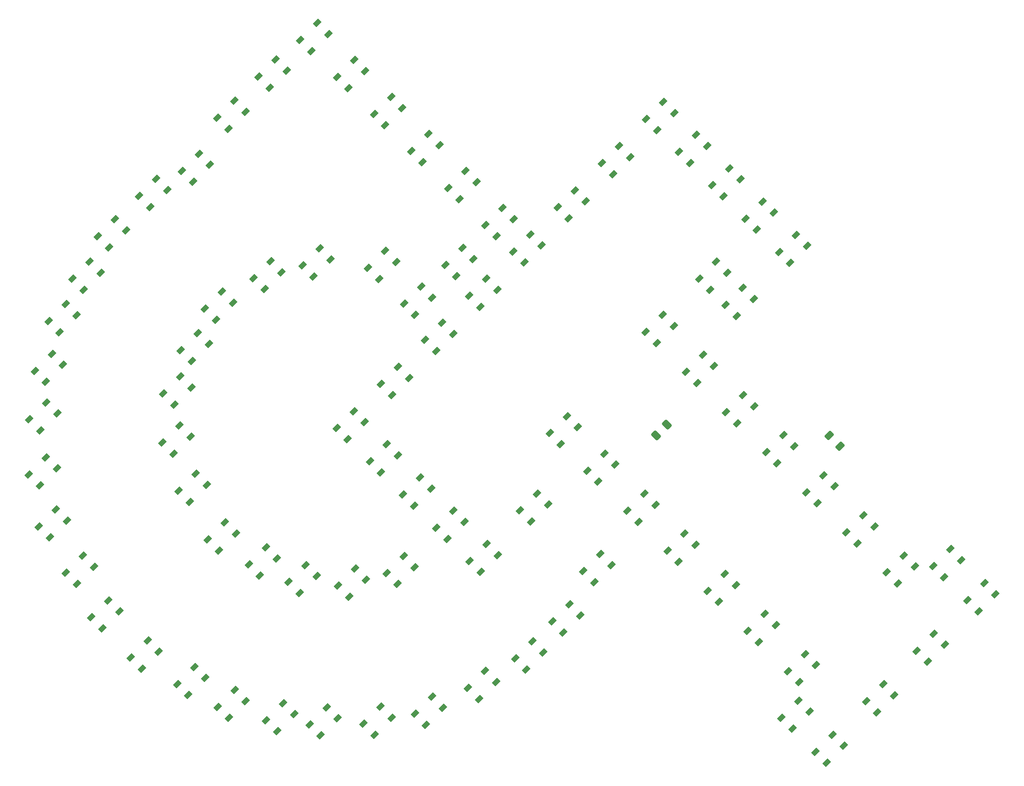
<source format=gbr>
%TF.GenerationSoftware,KiCad,Pcbnew,(6.0.10-0)*%
%TF.CreationDate,2023-02-19T18:45:33-05:00*%
%TF.ProjectId,Grad_Cap,47726164-5f43-4617-902e-6b696361645f,rev?*%
%TF.SameCoordinates,Original*%
%TF.FileFunction,Paste,Top*%
%TF.FilePolarity,Positive*%
%FSLAX46Y46*%
G04 Gerber Fmt 4.6, Leading zero omitted, Abs format (unit mm)*
G04 Created by KiCad (PCBNEW (6.0.10-0)) date 2023-02-19 18:45:33*
%MOMM*%
%LPD*%
G01*
G04 APERTURE LIST*
G04 Aperture macros list*
%AMRoundRect*
0 Rectangle with rounded corners*
0 $1 Rounding radius*
0 $2 $3 $4 $5 $6 $7 $8 $9 X,Y pos of 4 corners*
0 Add a 4 corners polygon primitive as box body*
4,1,4,$2,$3,$4,$5,$6,$7,$8,$9,$2,$3,0*
0 Add four circle primitives for the rounded corners*
1,1,$1+$1,$2,$3*
1,1,$1+$1,$4,$5*
1,1,$1+$1,$6,$7*
1,1,$1+$1,$8,$9*
0 Add four rect primitives between the rounded corners*
20,1,$1+$1,$2,$3,$4,$5,0*
20,1,$1+$1,$4,$5,$6,$7,0*
20,1,$1+$1,$6,$7,$8,$9,0*
20,1,$1+$1,$8,$9,$2,$3,0*%
%AMRotRect*
0 Rectangle, with rotation*
0 The origin of the aperture is its center*
0 $1 length*
0 $2 width*
0 $3 Rotation angle, in degrees counterclockwise*
0 Add horizontal line*
21,1,$1,$2,0,0,$3*%
G04 Aperture macros list end*
%ADD10RotRect,1.500000X1.000000X225.000000*%
%ADD11RotRect,1.500000X1.000000X45.000000*%
%ADD12RoundRect,0.250000X0.167938X-0.751301X0.751301X-0.167938X-0.167938X0.751301X-0.751301X0.167938X0*%
%ADD13RoundRect,0.250000X-0.724784X-0.159099X-0.159099X-0.724784X0.724784X0.159099X0.159099X0.724784X0*%
G04 APERTURE END LIST*
D10*
%TO.C,D50*%
X149675361Y-159205656D03*
X147412620Y-156942915D03*
X143947797Y-160407738D03*
X146210538Y-162670479D03*
%TD*%
D11*
%TO.C,D39*%
X145008457Y-119395545D03*
X147271198Y-121658286D03*
X150736021Y-118193463D03*
X148473280Y-115930722D03*
%TD*%
D10*
%TO.C,D42*%
X174223386Y-125770923D03*
X171960645Y-123508182D03*
X168495822Y-126973005D03*
X170758563Y-129235746D03*
%TD*%
D12*
%TO.C,C1*%
X225852471Y-192422775D03*
X228062179Y-190213067D03*
%TD*%
D11*
%TO.C,D25*%
X118970664Y-237664387D03*
X121233405Y-239927128D03*
X124698228Y-236462305D03*
X122435487Y-234199564D03*
%TD*%
%TO.C,D74*%
X214815654Y-137005980D03*
X217078395Y-139268721D03*
X220543218Y-135803898D03*
X218280477Y-133541157D03*
%TD*%
%TO.C,D10*%
X252655848Y-240407254D03*
X254918589Y-242669995D03*
X258383412Y-239205172D03*
X256120671Y-236942431D03*
%TD*%
D10*
%TO.C,D6*%
X284586620Y-235057473D03*
X282323879Y-232794732D03*
X278859056Y-236259555D03*
X281121797Y-238522296D03*
%TD*%
%TO.C,D78*%
X249802176Y-147081816D03*
X247539435Y-144819075D03*
X244074612Y-148283898D03*
X246337353Y-150546639D03*
%TD*%
%TO.C,D76*%
X236241990Y-133521629D03*
X233979249Y-131258888D03*
X230514426Y-134723711D03*
X232777167Y-136986452D03*
%TD*%
%TO.C,D41*%
X166689161Y-118236701D03*
X164426420Y-115973960D03*
X160961597Y-119438783D03*
X163224338Y-121701524D03*
%TD*%
D11*
%TO.C,D13*%
X228166690Y-215918096D03*
X230429431Y-218180837D03*
X233894254Y-214716014D03*
X231631513Y-212453273D03*
%TD*%
D10*
%TO.C,D16*%
X210459674Y-229080534D03*
X208196933Y-226817793D03*
X204732110Y-230282616D03*
X206994851Y-232545357D03*
%TD*%
D11*
%TO.C,D30*%
X98351996Y-189171004D03*
X100614737Y-191433745D03*
X104079560Y-187968922D03*
X101816819Y-185706181D03*
%TD*%
D13*
%TO.C,R1*%
X261081873Y-192431048D03*
X263273905Y-194623080D03*
%TD*%
D10*
%TO.C,D44*%
X189305161Y-140852700D03*
X187042420Y-138589959D03*
X183577597Y-142054782D03*
X185840338Y-144317523D03*
%TD*%
D11*
%TO.C,D28*%
X100273771Y-210957105D03*
X102536512Y-213219846D03*
X106001335Y-209755023D03*
X103738594Y-207492282D03*
%TD*%
%TO.C,D27*%
X105769688Y-220404335D03*
X108032429Y-222667076D03*
X111497252Y-219202253D03*
X109234511Y-216939512D03*
%TD*%
%TO.C,D23*%
X136661769Y-247704313D03*
X138924510Y-249967054D03*
X142389333Y-246502231D03*
X140126592Y-244239490D03*
%TD*%
%TO.C,D4*%
X282195800Y-219021375D03*
X284458541Y-221284116D03*
X287923364Y-217819293D03*
X285660623Y-215556552D03*
%TD*%
%TO.C,D38*%
X136629242Y-127774761D03*
X138891983Y-130037502D03*
X142356806Y-126572679D03*
X140094065Y-124309938D03*
%TD*%
%TO.C,D65*%
X181150453Y-211227008D03*
X183413194Y-213489749D03*
X186878017Y-210024926D03*
X184615276Y-207762185D03*
%TD*%
%TO.C,D48*%
X167266482Y-158296883D03*
X169529223Y-160559624D03*
X172994046Y-157094801D03*
X170731305Y-154832060D03*
%TD*%
D10*
%TO.C,D2*%
X270295121Y-210967358D03*
X268032380Y-208704617D03*
X264567557Y-212169440D03*
X266830298Y-214432181D03*
%TD*%
%TO.C,D63*%
X203910451Y-206511100D03*
X201647710Y-204248359D03*
X198182887Y-207713182D03*
X200445628Y-209975923D03*
%TD*%
%TO.C,D51*%
X139775866Y-165428196D03*
X137513125Y-163165455D03*
X134048302Y-166630278D03*
X136311043Y-168893019D03*
%TD*%
%TO.C,D18*%
X193307385Y-242640721D03*
X191044644Y-240377980D03*
X187579821Y-243842803D03*
X189842562Y-246105544D03*
%TD*%
%TO.C,D77*%
X243022083Y-140301722D03*
X240759342Y-138038981D03*
X237294519Y-141503804D03*
X239557260Y-143766545D03*
%TD*%
%TO.C,D58*%
X156817140Y-221077500D03*
X154554399Y-218814759D03*
X151089576Y-222279582D03*
X153352317Y-224542323D03*
%TD*%
%TO.C,D62*%
X209943911Y-190765671D03*
X207681170Y-188502930D03*
X204216347Y-191967753D03*
X206479088Y-194230494D03*
%TD*%
%TO.C,D82*%
X229479857Y-170152094D03*
X227217116Y-167889353D03*
X223752293Y-171354176D03*
X226015034Y-173616917D03*
%TD*%
D11*
%TO.C,D29*%
X98262194Y-200360403D03*
X100524935Y-202623144D03*
X103989758Y-199158321D03*
X101727017Y-196895580D03*
%TD*%
D10*
%TO.C,D55*%
X134486708Y-202498976D03*
X132223967Y-200236235D03*
X128759144Y-203701058D03*
X131021885Y-205963799D03*
%TD*%
D11*
%TO.C,D33*%
X107152647Y-160506026D03*
X109415388Y-162768767D03*
X112880211Y-159303944D03*
X110617470Y-157041203D03*
%TD*%
D10*
%TO.C,D84*%
X245805962Y-186478199D03*
X243543221Y-184215458D03*
X240078398Y-187680281D03*
X242341139Y-189943022D03*
%TD*%
%TO.C,D15*%
X216745854Y-218843042D03*
X214483113Y-216580301D03*
X211018290Y-220045124D03*
X213281031Y-222307865D03*
%TD*%
%TO.C,D60*%
X176757551Y-219239022D03*
X174494810Y-216976281D03*
X171029987Y-220441104D03*
X173292728Y-222703845D03*
%TD*%
%TO.C,D83*%
X237642910Y-178315147D03*
X235380169Y-176052406D03*
X231915346Y-179517229D03*
X234178087Y-181779970D03*
%TD*%
D11*
%TO.C,D9*%
X251333417Y-249883758D03*
X253596158Y-252146499D03*
X257060981Y-248681676D03*
X254798240Y-246418935D03*
%TD*%
%TO.C,D73*%
X205825135Y-145996499D03*
X208087876Y-148259240D03*
X211552699Y-144794417D03*
X209289958Y-142531676D03*
%TD*%
%TO.C,D71*%
X187844097Y-163977537D03*
X190106838Y-166240278D03*
X193571661Y-162775455D03*
X191308920Y-160512714D03*
%TD*%
%TO.C,D61*%
X211840584Y-199591990D03*
X214103325Y-201854731D03*
X217568148Y-198389908D03*
X215305407Y-196127167D03*
%TD*%
D10*
%TO.C,D79*%
X256582270Y-153861909D03*
X254319529Y-151599168D03*
X250854706Y-155063991D03*
X253117447Y-157326732D03*
%TD*%
%TO.C,D40*%
X159168270Y-110715809D03*
X156905529Y-108453068D03*
X153440706Y-111917891D03*
X155703447Y-114180632D03*
%TD*%
%TO.C,D17*%
X202916259Y-236623950D03*
X200653518Y-234361209D03*
X197188695Y-237826032D03*
X199451436Y-240088773D03*
%TD*%
%TO.C,D54*%
X131146052Y-192656616D03*
X128883311Y-190393875D03*
X125418488Y-193858698D03*
X127681229Y-196121439D03*
%TD*%
D11*
%TO.C,D36*%
X129381398Y-138558139D03*
X131644139Y-140820880D03*
X135108962Y-137356057D03*
X132846221Y-135093316D03*
%TD*%
D10*
%TO.C,D43*%
X181770938Y-133318477D03*
X179508197Y-131055736D03*
X176043374Y-134520559D03*
X178306115Y-136783300D03*
%TD*%
D11*
%TO.C,D35*%
X120712834Y-143677026D03*
X122975575Y-145939767D03*
X126440398Y-142474944D03*
X124177657Y-140212203D03*
%TD*%
%TO.C,D68*%
X160872540Y-190949095D03*
X163135281Y-193211836D03*
X166600104Y-189747013D03*
X164337363Y-187484272D03*
%TD*%
%TO.C,D75*%
X223806174Y-128015460D03*
X226068915Y-130278201D03*
X229533738Y-126813378D03*
X227270997Y-124550637D03*
%TD*%
D10*
%TO.C,D57*%
X148729394Y-217496004D03*
X146466653Y-215233263D03*
X143001830Y-218698086D03*
X145264571Y-220960827D03*
%TD*%
%TO.C,D14*%
X225731201Y-206552961D03*
X223468460Y-204290220D03*
X220003637Y-207755043D03*
X222266378Y-210017784D03*
%TD*%
D11*
%TO.C,D67*%
X167631844Y-197708399D03*
X169894585Y-199971140D03*
X173359408Y-196506317D03*
X171096667Y-194243576D03*
%TD*%
%TO.C,D81*%
X234600442Y-160506026D03*
X236863183Y-162768767D03*
X240328006Y-159303944D03*
X238065265Y-157041203D03*
%TD*%
D10*
%TO.C,D1*%
X262132068Y-202804305D03*
X259869327Y-200541564D03*
X256404504Y-204006387D03*
X258667245Y-206269128D03*
%TD*%
%TO.C,D8*%
X264011699Y-255632394D03*
X261748958Y-253369653D03*
X258284135Y-256834476D03*
X260546876Y-259097217D03*
%TD*%
%TO.C,D85*%
X253969015Y-194641252D03*
X251706274Y-192378511D03*
X248241451Y-195843334D03*
X250504192Y-198106075D03*
%TD*%
%TO.C,D56*%
X140395716Y-212431140D03*
X138132975Y-210168399D03*
X134668152Y-213633222D03*
X136930893Y-215895963D03*
%TD*%
D11*
%TO.C,D24*%
X128435854Y-243034580D03*
X130698595Y-245297321D03*
X134163418Y-241832498D03*
X131900677Y-239569757D03*
%TD*%
%TO.C,D11*%
X244492795Y-232244201D03*
X246755536Y-234506942D03*
X250220359Y-231042119D03*
X247957618Y-228779378D03*
%TD*%
D10*
%TO.C,D46*%
X188701080Y-156525227D03*
X186438339Y-154262486D03*
X182973516Y-157727309D03*
X185236257Y-159990050D03*
%TD*%
D11*
%TO.C,D72*%
X196834616Y-154987018D03*
X199097357Y-157249759D03*
X202562180Y-153784936D03*
X200299439Y-151522195D03*
%TD*%
D10*
%TO.C,D52*%
X134896830Y-173842767D03*
X132634089Y-171580026D03*
X129169266Y-175044849D03*
X131432007Y-177307590D03*
%TD*%
D11*
%TO.C,D22*%
X146540051Y-250398390D03*
X148802792Y-252661131D03*
X152267615Y-249196308D03*
X150004874Y-246933567D03*
%TD*%
D10*
%TO.C,D64*%
X193637321Y-216784230D03*
X191374580Y-214521489D03*
X187909757Y-217986312D03*
X190172498Y-220249053D03*
%TD*%
%TO.C,D7*%
X274299160Y-245344934D03*
X272036419Y-243082193D03*
X268571596Y-246547016D03*
X270834337Y-248809757D03*
%TD*%
D11*
%TO.C,D34*%
X112325275Y-151884980D03*
X114588016Y-154147721D03*
X118052839Y-150682898D03*
X115790098Y-148420157D03*
%TD*%
%TO.C,D21*%
X155358662Y-251242534D03*
X157621403Y-253505275D03*
X161086226Y-250040452D03*
X158823485Y-247777711D03*
%TD*%
D10*
%TO.C,D20*%
X172042139Y-249896768D03*
X169779398Y-247634027D03*
X166314575Y-251098850D03*
X168577316Y-253361591D03*
%TD*%
%TO.C,D19*%
X182513117Y-247903151D03*
X180250376Y-245640410D03*
X176785553Y-249105233D03*
X179048294Y-251367974D03*
%TD*%
D11*
%TO.C,D66*%
X174391148Y-204467703D03*
X176653889Y-206730444D03*
X180118712Y-203265621D03*
X177855971Y-201002880D03*
%TD*%
%TO.C,D70*%
X178853578Y-172968056D03*
X181116319Y-175230797D03*
X184581142Y-171765974D03*
X182318401Y-169503233D03*
%TD*%
D10*
%TO.C,D49*%
X159645567Y-156589361D03*
X157382826Y-154326620D03*
X153918003Y-157791443D03*
X156180744Y-160054184D03*
%TD*%
D11*
%TO.C,D32*%
X102285349Y-169180954D03*
X104548090Y-171443695D03*
X108012913Y-167978872D03*
X105750172Y-165716131D03*
%TD*%
D10*
%TO.C,D53*%
X131325657Y-182706492D03*
X129062916Y-180443751D03*
X125598093Y-183908574D03*
X127860834Y-186171315D03*
%TD*%
D11*
%TO.C,D59*%
X161130492Y-222986689D03*
X163393233Y-225249430D03*
X166858056Y-221784607D03*
X164595315Y-219521866D03*
%TD*%
%TO.C,D31*%
X99483509Y-179274762D03*
X101746250Y-181537503D03*
X105211073Y-178072680D03*
X102948332Y-175809939D03*
%TD*%
D10*
%TO.C,D47*%
X180303974Y-164404730D03*
X178041233Y-162141989D03*
X174576410Y-165606812D03*
X176839151Y-167869553D03*
%TD*%
D11*
%TO.C,D80*%
X240006556Y-165840298D03*
X242269297Y-168103039D03*
X245734120Y-164638216D03*
X243471379Y-162375475D03*
%TD*%
D10*
%TO.C,D45*%
X196839384Y-148386923D03*
X194576643Y-146124182D03*
X191111820Y-149589005D03*
X193374561Y-151851746D03*
%TD*%
%TO.C,D5*%
X294874082Y-224770011D03*
X292611341Y-222507270D03*
X289146518Y-225972093D03*
X291409259Y-228234834D03*
%TD*%
%TO.C,D3*%
X278458174Y-219130411D03*
X276195433Y-216867670D03*
X272730610Y-220332493D03*
X274993351Y-222595234D03*
%TD*%
D11*
%TO.C,D12*%
X236329743Y-224081148D03*
X238592484Y-226343889D03*
X242057307Y-222879066D03*
X239794566Y-220616325D03*
%TD*%
%TO.C,D26*%
X110960276Y-229474393D03*
X113223017Y-231737134D03*
X116687840Y-228272311D03*
X114425099Y-226009570D03*
%TD*%
%TO.C,D69*%
X169863059Y-181958575D03*
X172125800Y-184221316D03*
X175590623Y-180756493D03*
X173327882Y-178493752D03*
%TD*%
M02*

</source>
